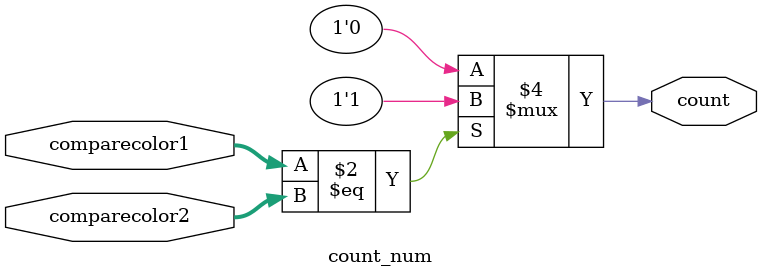
<source format=sv>
`timescale 1ns / 1ps


module count_num (input [11:0] comparecolor1, input [11:0] comparecolor2, output logic count);
    
    always_comb begin
        if (comparecolor1 == comparecolor2) begin
            count = 1;
        end else begin
            count = 0;
        end
    end
endmodule

</source>
